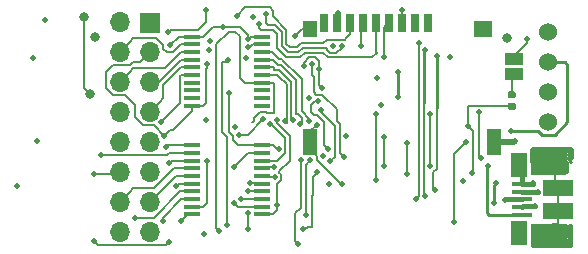
<source format=gbr>
G04 #@! TF.GenerationSoftware,KiCad,Pcbnew,5.1.5+dfsg1-2build2*
G04 #@! TF.CreationDate,2021-09-24T14:29:39+01:00*
G04 #@! TF.ProjectId,picopak,7069636f-7061-46b2-9e6b-696361645f70,rev?*
G04 #@! TF.SameCoordinates,Original*
G04 #@! TF.FileFunction,Copper,L1,Top*
G04 #@! TF.FilePolarity,Positive*
%FSLAX46Y46*%
G04 Gerber Fmt 4.6, Leading zero omitted, Abs format (unit mm)*
G04 Created by KiCad (PCBNEW 5.1.5+dfsg1-2build2) date 2021-09-24 14:29:39*
%MOMM*%
%LPD*%
G04 APERTURE LIST*
%ADD10C,0.100000*%
%ADD11R,1.500000X1.000000*%
%ADD12R,1.450000X0.450000*%
%ADD13C,1.524000*%
%ADD14R,1.200000X2.200000*%
%ADD15R,1.600000X1.400000*%
%ADD16R,1.200000X1.400000*%
%ADD17R,0.700000X1.600000*%
%ADD18R,1.700000X1.700000*%
%ADD19O,1.700000X1.700000*%
%ADD20O,1.450000X1.050000*%
%ADD21R,0.700000X1.825000*%
%ADD22R,1.460000X2.000000*%
%ADD23R,1.750000X0.400000*%
%ADD24O,1.800000X1.300000*%
%ADD25R,2.500000X1.425000*%
%ADD26C,0.500000*%
%ADD27C,0.800000*%
%ADD28C,0.400000*%
%ADD29C,0.200000*%
%ADD30C,0.500000*%
%ADD31C,0.250000*%
G04 APERTURE END LIST*
G04 #@! TA.AperFunction,SMDPad,CuDef*
D10*
G36*
X203886958Y-76520710D02*
G01*
X203901276Y-76522834D01*
X203915317Y-76526351D01*
X203928946Y-76531228D01*
X203942031Y-76537417D01*
X203954447Y-76544858D01*
X203966073Y-76553481D01*
X203976798Y-76563202D01*
X203986519Y-76573927D01*
X203995142Y-76585553D01*
X204002583Y-76597969D01*
X204008772Y-76611054D01*
X204013649Y-76624683D01*
X204017166Y-76638724D01*
X204019290Y-76653042D01*
X204020000Y-76667500D01*
X204020000Y-76962500D01*
X204019290Y-76976958D01*
X204017166Y-76991276D01*
X204013649Y-77005317D01*
X204008772Y-77018946D01*
X204002583Y-77032031D01*
X203995142Y-77044447D01*
X203986519Y-77056073D01*
X203976798Y-77066798D01*
X203966073Y-77076519D01*
X203954447Y-77085142D01*
X203942031Y-77092583D01*
X203928946Y-77098772D01*
X203915317Y-77103649D01*
X203901276Y-77107166D01*
X203886958Y-77109290D01*
X203872500Y-77110000D01*
X203527500Y-77110000D01*
X203513042Y-77109290D01*
X203498724Y-77107166D01*
X203484683Y-77103649D01*
X203471054Y-77098772D01*
X203457969Y-77092583D01*
X203445553Y-77085142D01*
X203433927Y-77076519D01*
X203423202Y-77066798D01*
X203413481Y-77056073D01*
X203404858Y-77044447D01*
X203397417Y-77032031D01*
X203391228Y-77018946D01*
X203386351Y-77005317D01*
X203382834Y-76991276D01*
X203380710Y-76976958D01*
X203380000Y-76962500D01*
X203380000Y-76667500D01*
X203380710Y-76653042D01*
X203382834Y-76638724D01*
X203386351Y-76624683D01*
X203391228Y-76611054D01*
X203397417Y-76597969D01*
X203404858Y-76585553D01*
X203413481Y-76573927D01*
X203423202Y-76563202D01*
X203433927Y-76553481D01*
X203445553Y-76544858D01*
X203457969Y-76537417D01*
X203471054Y-76531228D01*
X203484683Y-76526351D01*
X203498724Y-76522834D01*
X203513042Y-76520710D01*
X203527500Y-76520000D01*
X203872500Y-76520000D01*
X203886958Y-76520710D01*
G37*
G04 #@! TD.AperFunction*
G04 #@! TA.AperFunction,SMDPad,CuDef*
G36*
X203886958Y-77490710D02*
G01*
X203901276Y-77492834D01*
X203915317Y-77496351D01*
X203928946Y-77501228D01*
X203942031Y-77507417D01*
X203954447Y-77514858D01*
X203966073Y-77523481D01*
X203976798Y-77533202D01*
X203986519Y-77543927D01*
X203995142Y-77555553D01*
X204002583Y-77567969D01*
X204008772Y-77581054D01*
X204013649Y-77594683D01*
X204017166Y-77608724D01*
X204019290Y-77623042D01*
X204020000Y-77637500D01*
X204020000Y-77932500D01*
X204019290Y-77946958D01*
X204017166Y-77961276D01*
X204013649Y-77975317D01*
X204008772Y-77988946D01*
X204002583Y-78002031D01*
X203995142Y-78014447D01*
X203986519Y-78026073D01*
X203976798Y-78036798D01*
X203966073Y-78046519D01*
X203954447Y-78055142D01*
X203942031Y-78062583D01*
X203928946Y-78068772D01*
X203915317Y-78073649D01*
X203901276Y-78077166D01*
X203886958Y-78079290D01*
X203872500Y-78080000D01*
X203527500Y-78080000D01*
X203513042Y-78079290D01*
X203498724Y-78077166D01*
X203484683Y-78073649D01*
X203471054Y-78068772D01*
X203457969Y-78062583D01*
X203445553Y-78055142D01*
X203433927Y-78046519D01*
X203423202Y-78036798D01*
X203413481Y-78026073D01*
X203404858Y-78014447D01*
X203397417Y-78002031D01*
X203391228Y-77988946D01*
X203386351Y-77975317D01*
X203382834Y-77961276D01*
X203380710Y-77946958D01*
X203380000Y-77932500D01*
X203380000Y-77637500D01*
X203380710Y-77623042D01*
X203382834Y-77608724D01*
X203386351Y-77594683D01*
X203391228Y-77581054D01*
X203397417Y-77567969D01*
X203404858Y-77555553D01*
X203413481Y-77543927D01*
X203423202Y-77533202D01*
X203433927Y-77523481D01*
X203445553Y-77514858D01*
X203457969Y-77507417D01*
X203471054Y-77501228D01*
X203484683Y-77496351D01*
X203498724Y-77492834D01*
X203513042Y-77490710D01*
X203527500Y-77490000D01*
X203872500Y-77490000D01*
X203886958Y-77490710D01*
G37*
G04 #@! TD.AperFunction*
D11*
X203900000Y-75074999D03*
X203900000Y-73774999D03*
D12*
X182550000Y-71875000D03*
X182550000Y-72525000D03*
X182550000Y-73175000D03*
X182550000Y-73825000D03*
X182550000Y-74475000D03*
X182550000Y-75125000D03*
X182550000Y-75775000D03*
X182550000Y-76425000D03*
X182550000Y-77075000D03*
X182550000Y-77725000D03*
X176650000Y-77725000D03*
X176650000Y-77075000D03*
X176650000Y-76425000D03*
X176650000Y-75775000D03*
X176650000Y-75125000D03*
X176650000Y-74475000D03*
X176650000Y-73825000D03*
X176650000Y-73175000D03*
X176650000Y-72525000D03*
X176650000Y-71875000D03*
D13*
X206800000Y-79145000D03*
X206800000Y-76605000D03*
X206800000Y-74065000D03*
X206800000Y-71525000D03*
D14*
X202150000Y-80800000D03*
X186650000Y-80800000D03*
D15*
X201250000Y-71200000D03*
D16*
X186650000Y-71200000D03*
D17*
X187800000Y-70700000D03*
X190000000Y-70700000D03*
X188900000Y-70700000D03*
X191100000Y-70700000D03*
X192200000Y-70700000D03*
X193300000Y-70700000D03*
X196600000Y-70700000D03*
X195500000Y-70700000D03*
X194400000Y-70700000D03*
D18*
X173050000Y-70700000D03*
D19*
X170510000Y-70620000D03*
X173050000Y-73160000D03*
X170510000Y-73160000D03*
X173050000Y-75700000D03*
X170510000Y-75700000D03*
X173050000Y-78240000D03*
X170510000Y-78240000D03*
X173050000Y-80780000D03*
X170510000Y-80780000D03*
X173050000Y-83320000D03*
X170510000Y-83320000D03*
X173050000Y-85860000D03*
X170510000Y-85860000D03*
X173050000Y-88400000D03*
X170510000Y-88400000D03*
D12*
X182550000Y-81075000D03*
X182550000Y-81725000D03*
X182550000Y-82375000D03*
X182550000Y-83025000D03*
X182550000Y-83675000D03*
X182550000Y-84325000D03*
X182550000Y-84975000D03*
X182550000Y-85625000D03*
X182550000Y-86275000D03*
X182550000Y-86925000D03*
X176650000Y-86925000D03*
X176650000Y-86275000D03*
X176650000Y-85625000D03*
X176650000Y-84975000D03*
X176650000Y-84325000D03*
X176650000Y-83675000D03*
X176650000Y-83025000D03*
X176650000Y-82375000D03*
X176650000Y-81725000D03*
X176650000Y-81075000D03*
D20*
X204320000Y-83225000D03*
D21*
X205650000Y-82662500D03*
G04 #@! TA.AperFunction,SMDPad,CuDef*
D10*
G36*
X208202917Y-82276853D02*
G01*
X208240271Y-82282394D01*
X208276902Y-82291569D01*
X208312457Y-82304291D01*
X208346593Y-82320437D01*
X208378983Y-82339850D01*
X208409315Y-82362346D01*
X208437295Y-82387705D01*
X208462654Y-82415685D01*
X208485150Y-82446017D01*
X208504563Y-82478407D01*
X208520709Y-82512543D01*
X208533431Y-82548098D01*
X208542606Y-82584729D01*
X208548147Y-82622083D01*
X208550000Y-82659800D01*
X208550000Y-83190200D01*
X208548147Y-83227917D01*
X208542606Y-83265271D01*
X208533431Y-83301902D01*
X208520709Y-83337457D01*
X208504563Y-83371593D01*
X208485150Y-83403983D01*
X208462654Y-83434315D01*
X208437295Y-83462295D01*
X208409315Y-83487654D01*
X208378983Y-83510150D01*
X208346593Y-83529563D01*
X208312457Y-83545709D01*
X208276902Y-83558431D01*
X208240271Y-83567606D01*
X208202917Y-83573147D01*
X208165200Y-83575000D01*
X205684800Y-83575000D01*
X205647083Y-83573147D01*
X205609729Y-83567606D01*
X205573098Y-83558431D01*
X205537543Y-83545709D01*
X205503407Y-83529563D01*
X205471017Y-83510150D01*
X205440685Y-83487654D01*
X205412705Y-83462295D01*
X205387346Y-83434315D01*
X205364850Y-83403983D01*
X205345437Y-83371593D01*
X205329291Y-83337457D01*
X205316569Y-83301902D01*
X205307394Y-83265271D01*
X205301853Y-83227917D01*
X205300000Y-83190200D01*
X205300000Y-82659800D01*
X205301853Y-82622083D01*
X205307394Y-82584729D01*
X205316569Y-82548098D01*
X205329291Y-82512543D01*
X205345437Y-82478407D01*
X205364850Y-82446017D01*
X205387346Y-82415685D01*
X205412705Y-82387705D01*
X205440685Y-82362346D01*
X205471017Y-82339850D01*
X205503407Y-82320437D01*
X205537543Y-82304291D01*
X205573098Y-82291569D01*
X205609729Y-82282394D01*
X205647083Y-82276853D01*
X205684800Y-82275000D01*
X208165200Y-82275000D01*
X208202917Y-82276853D01*
G37*
G04 #@! TD.AperFunction*
G04 #@! TA.AperFunction,SMDPad,CuDef*
G36*
X208202917Y-87726853D02*
G01*
X208240271Y-87732394D01*
X208276902Y-87741569D01*
X208312457Y-87754291D01*
X208346593Y-87770437D01*
X208378983Y-87789850D01*
X208409315Y-87812346D01*
X208437295Y-87837705D01*
X208462654Y-87865685D01*
X208485150Y-87896017D01*
X208504563Y-87928407D01*
X208520709Y-87962543D01*
X208533431Y-87998098D01*
X208542606Y-88034729D01*
X208548147Y-88072083D01*
X208550000Y-88109800D01*
X208550000Y-88640200D01*
X208548147Y-88677917D01*
X208542606Y-88715271D01*
X208533431Y-88751902D01*
X208520709Y-88787457D01*
X208504563Y-88821593D01*
X208485150Y-88853983D01*
X208462654Y-88884315D01*
X208437295Y-88912295D01*
X208409315Y-88937654D01*
X208378983Y-88960150D01*
X208346593Y-88979563D01*
X208312457Y-88995709D01*
X208276902Y-89008431D01*
X208240271Y-89017606D01*
X208202917Y-89023147D01*
X208165200Y-89025000D01*
X205684800Y-89025000D01*
X205647083Y-89023147D01*
X205609729Y-89017606D01*
X205573098Y-89008431D01*
X205537543Y-88995709D01*
X205503407Y-88979563D01*
X205471017Y-88960150D01*
X205440685Y-88937654D01*
X205412705Y-88912295D01*
X205387346Y-88884315D01*
X205364850Y-88853983D01*
X205345437Y-88821593D01*
X205329291Y-88787457D01*
X205316569Y-88751902D01*
X205307394Y-88715271D01*
X205301853Y-88677917D01*
X205300000Y-88640200D01*
X205300000Y-88109800D01*
X205301853Y-88072083D01*
X205307394Y-88034729D01*
X205316569Y-87998098D01*
X205329291Y-87962543D01*
X205345437Y-87928407D01*
X205364850Y-87896017D01*
X205387346Y-87865685D01*
X205412705Y-87837705D01*
X205440685Y-87812346D01*
X205471017Y-87789850D01*
X205503407Y-87770437D01*
X205537543Y-87754291D01*
X205573098Y-87741569D01*
X205609729Y-87732394D01*
X205647083Y-87726853D01*
X205684800Y-87725000D01*
X208165200Y-87725000D01*
X208202917Y-87726853D01*
G37*
G04 #@! TD.AperFunction*
D21*
X205650000Y-88637500D03*
D22*
X204320000Y-88550000D03*
X204320000Y-82750000D03*
D23*
X204525000Y-86950000D03*
X204525000Y-86300000D03*
X204525000Y-85650000D03*
X204525000Y-85000000D03*
X204525000Y-84350000D03*
D20*
X204320000Y-88075000D03*
D24*
X207350000Y-88375000D03*
X207350000Y-82925000D03*
D25*
X207600000Y-86612500D03*
X207600000Y-84687500D03*
D26*
X205900000Y-85000000D03*
X204000000Y-80700000D03*
X199600000Y-84100000D03*
X189300000Y-84400000D03*
X192300000Y-75400000D03*
X192600000Y-77700000D03*
X190900000Y-72699989D03*
X201250000Y-71200000D03*
X181400000Y-72800003D03*
X177600000Y-88625001D03*
X175691075Y-87529336D03*
X180150000Y-82900000D03*
X205000000Y-72100000D03*
X187223784Y-79329032D03*
X185300000Y-71800000D03*
X181800000Y-70200000D03*
X174249693Y-80279259D03*
X186535835Y-77083472D03*
X205500000Y-84300000D03*
X177900000Y-74200000D03*
X202200000Y-86000000D03*
X202400000Y-84300000D03*
X161800000Y-84500000D03*
X187600000Y-76200000D03*
X187400000Y-74600000D03*
X186100000Y-74349990D03*
X188200000Y-84400000D03*
X189700000Y-80300000D03*
X187750000Y-82023625D03*
X192900000Y-73600000D03*
X181400000Y-72100000D03*
X198500000Y-73600000D03*
X183954047Y-81430282D03*
X192900000Y-82800000D03*
X192900000Y-80345010D03*
X179726556Y-76695626D03*
D27*
X203300000Y-72000000D03*
X168400000Y-71900000D03*
D26*
X174800000Y-72600000D03*
X179250011Y-71049989D03*
X199961091Y-79461091D03*
X200300000Y-83400000D03*
X194800000Y-83500000D03*
X194804990Y-80895010D03*
X177800000Y-78900000D03*
X180267104Y-79500000D03*
X197200000Y-84850000D03*
X205623263Y-86240711D03*
X197400000Y-73500000D03*
X196350000Y-85400000D03*
X203100000Y-85700000D03*
X196350000Y-73000000D03*
X194100000Y-74900000D03*
X194100000Y-77000000D03*
X178100001Y-73000000D03*
X163200000Y-73700000D03*
X178162919Y-72280554D03*
X164170693Y-70500610D03*
X188150000Y-81391928D03*
X187292753Y-77350677D03*
X188318185Y-82432487D03*
X187511597Y-78081384D03*
X192200000Y-84000000D03*
X192200000Y-78400000D03*
X196800000Y-78400000D03*
X196800000Y-82800000D03*
X198800000Y-87600000D03*
X199850010Y-80800000D03*
X179600000Y-87800000D03*
X181200001Y-73700000D03*
X179700000Y-73900000D03*
X203600000Y-79900000D03*
X186800000Y-74200000D03*
X189500000Y-82050000D03*
X200900000Y-78300000D03*
X201100000Y-82200000D03*
X182922988Y-69950000D03*
X174400000Y-81200000D03*
D27*
X168000000Y-76700000D03*
X167500000Y-70200000D03*
D26*
X177800000Y-69600000D03*
X174600000Y-71475000D03*
X189279175Y-72700014D03*
X186000000Y-88200000D03*
X181400000Y-88200000D03*
X181374998Y-86825000D03*
X187200000Y-83385998D03*
X186650000Y-82350002D03*
X186250000Y-87000001D03*
X195800000Y-72400000D03*
X195600000Y-85600000D03*
X196600000Y-70700000D03*
X189000000Y-69900000D03*
X182300000Y-70800000D03*
X186564080Y-79000000D03*
X185781332Y-79315290D03*
X185190616Y-78939714D03*
X184495725Y-79024135D03*
X178900000Y-88325000D03*
X185600000Y-89425000D03*
X185831067Y-82302913D03*
X174007124Y-79125157D03*
X183203215Y-79302710D03*
X183547115Y-82958407D03*
X183605663Y-83794773D03*
X181554999Y-84260001D03*
X181361872Y-84932835D03*
X180800000Y-85600000D03*
X182668011Y-78851535D03*
X180612490Y-80200000D03*
X180193780Y-85950000D03*
X183840711Y-86175000D03*
X183800985Y-78938466D03*
X177900000Y-82400000D03*
X174150000Y-87500000D03*
X171800000Y-87200000D03*
X175300000Y-84500000D03*
X174700000Y-89300000D03*
X168300000Y-89200000D03*
X168300000Y-83500000D03*
X174700000Y-82600000D03*
X168900000Y-81900000D03*
X180400000Y-70100000D03*
X194400000Y-69600000D03*
X195504265Y-70689337D03*
X201700000Y-82800000D03*
X188579174Y-72699988D03*
X163500000Y-80700000D03*
D28*
X204525000Y-85000000D02*
X205900000Y-85000000D01*
D29*
X207600000Y-87700000D02*
X206925000Y-88375000D01*
X207600000Y-86612500D02*
X207600000Y-87700000D01*
X207350000Y-84437500D02*
X207600000Y-84687500D01*
X207350000Y-82925000D02*
X207350000Y-84437500D01*
X207600000Y-84687500D02*
X207600000Y-86612500D01*
D30*
X203900000Y-80800000D02*
X204000000Y-80700000D01*
X202150000Y-80800000D02*
X203900000Y-80800000D01*
D29*
X190900000Y-70900000D02*
X191100000Y-70700000D01*
X190900000Y-72699989D02*
X190900000Y-70900000D01*
X181513999Y-72800003D02*
X181400000Y-72800003D01*
X181789002Y-72525000D02*
X181513999Y-72800003D01*
X182550000Y-72525000D02*
X181789002Y-72525000D01*
X176295411Y-86925000D02*
X175691075Y-87529336D01*
X176650000Y-86925000D02*
X176295411Y-86925000D01*
X181325000Y-81725000D02*
X182550000Y-81725000D01*
X180150000Y-82900000D02*
X181325000Y-81725000D01*
X186650000Y-79902816D02*
X187223784Y-79329032D01*
X186650000Y-80800000D02*
X186650000Y-79902816D01*
X185900000Y-71200000D02*
X185300000Y-71800000D01*
X186650000Y-71200000D02*
X185900000Y-71200000D01*
X176650000Y-78150000D02*
X175000000Y-79800000D01*
X176650000Y-77725000D02*
X176650000Y-78150000D01*
X172507998Y-79400000D02*
X171800000Y-78692002D01*
X173372002Y-79400000D02*
X172507998Y-79400000D01*
X174249693Y-80277691D02*
X173372002Y-79400000D01*
X174249693Y-80279259D02*
X174249693Y-80277691D01*
X172200001Y-74009999D02*
X173050000Y-73160000D01*
X171334300Y-74310001D02*
X171634302Y-74009999D01*
X169957999Y-74310001D02*
X171334300Y-74310001D01*
X169359999Y-74908001D02*
X169957999Y-74310001D01*
X169359999Y-76252001D02*
X169359999Y-74908001D01*
X169957999Y-76850001D02*
X169359999Y-76252001D01*
X171634302Y-74009999D02*
X172200001Y-74009999D01*
X170950001Y-76850001D02*
X169957999Y-76850001D01*
X171800000Y-77700000D02*
X170950001Y-76850001D01*
X171800000Y-78692002D02*
X171800000Y-77700000D01*
X189050001Y-84150001D02*
X189300000Y-84400000D01*
X187199999Y-82299999D02*
X189050001Y-84150001D01*
X187199999Y-81999999D02*
X187199999Y-82299999D01*
X186650000Y-81450000D02*
X187199999Y-81999999D01*
X186650000Y-80800000D02*
X186650000Y-81450000D01*
X174728952Y-79800000D02*
X174249693Y-80279259D01*
X175000000Y-79800000D02*
X174728952Y-79800000D01*
D31*
X206000000Y-89300000D02*
X206000000Y-89500000D01*
X207500000Y-89300000D02*
X206000000Y-89300000D01*
X208700000Y-89649990D02*
X205400000Y-89649990D01*
X205650000Y-88637500D02*
X205650000Y-88750000D01*
X208700000Y-89500000D02*
X208700000Y-89649990D01*
X208400000Y-89100000D02*
X208400000Y-89300000D01*
X208500000Y-89500000D02*
X208500000Y-88100000D01*
X206000000Y-89100000D02*
X208300000Y-89100000D01*
X208500000Y-88100000D02*
X208500000Y-87800000D01*
X206000000Y-89500000D02*
X208400000Y-89500000D01*
X205650000Y-88750000D02*
X206000000Y-89100000D01*
X208500000Y-87800000D02*
X208700000Y-87800000D01*
X208700000Y-87800000D02*
X208700000Y-89500000D01*
X208400000Y-89300000D02*
X207500000Y-89300000D01*
X208300000Y-89100000D02*
X208400000Y-89100000D01*
X208400000Y-89500000D02*
X208500000Y-89500000D01*
X206850000Y-82200000D02*
X206800000Y-82200000D01*
X206100000Y-82300000D02*
X206100000Y-82100000D01*
X206925000Y-82275000D02*
X206850000Y-82200000D01*
X206800000Y-82200000D02*
X206700000Y-82300000D01*
X206925000Y-82925000D02*
X206925000Y-82275000D01*
X206700000Y-82300000D02*
X206100000Y-82300000D01*
X206100000Y-82100000D02*
X208200000Y-82100000D01*
X208200000Y-82100000D02*
X208300000Y-82200000D01*
X208300000Y-82200000D02*
X208200000Y-82200000D01*
X208300000Y-82200000D02*
X208700000Y-82200000D01*
X208700000Y-82500000D02*
X208500000Y-82300000D01*
D30*
X208700000Y-81500000D02*
X205500000Y-81500000D01*
X205500000Y-82512500D02*
X205650000Y-82662500D01*
X205500000Y-81500000D02*
X205500000Y-82512500D01*
X208700000Y-82200000D02*
X208700000Y-81900000D01*
X208700000Y-81900000D02*
X208700000Y-81500000D01*
X208200000Y-81900000D02*
X206100000Y-81900000D01*
D28*
X204525000Y-83430000D02*
X204320000Y-83225000D01*
X204525000Y-84350000D02*
X204525000Y-83430000D01*
X205450000Y-84350000D02*
X205500000Y-84300000D01*
X204525000Y-84350000D02*
X205450000Y-84350000D01*
D29*
X177900000Y-74553553D02*
X177800000Y-74653553D01*
X177900000Y-74200000D02*
X177900000Y-74553553D01*
X177575000Y-77725000D02*
X176650000Y-77725000D01*
X177800000Y-77500000D02*
X177575000Y-77725000D01*
X177800000Y-74653553D02*
X177800000Y-77500000D01*
X205000000Y-72400000D02*
X205000000Y-72100000D01*
X203625001Y-73774999D02*
X205000000Y-72400000D01*
D31*
X202200000Y-84500000D02*
X202400000Y-84300000D01*
X202200000Y-86000000D02*
X202200000Y-84500000D01*
D29*
X187400000Y-76000000D02*
X187600000Y-76200000D01*
X187400000Y-74600000D02*
X187400000Y-76000000D01*
X187350001Y-74550001D02*
X187400000Y-74600000D01*
X187350001Y-73935999D02*
X187350001Y-74550001D01*
X187064001Y-73649999D02*
X187350001Y-73935999D01*
X186535999Y-73649999D02*
X187064001Y-73649999D01*
X186100000Y-74085998D02*
X186535999Y-73649999D01*
X186100000Y-74349990D02*
X186100000Y-74085998D01*
X192900000Y-71100000D02*
X193300000Y-70700000D01*
X192900000Y-73600000D02*
X192900000Y-71100000D01*
X181625000Y-71875000D02*
X181400000Y-72100000D01*
X182550000Y-71875000D02*
X181625000Y-71875000D01*
X183474304Y-81075000D02*
X182550000Y-81075000D01*
X183829586Y-81430282D02*
X183474304Y-81075000D01*
X183954047Y-81430282D02*
X183829586Y-81430282D01*
X178400011Y-71049989D02*
X177575000Y-71875000D01*
X180703542Y-71049989D02*
X179250011Y-71049989D01*
X181400000Y-71746447D02*
X180703542Y-71049989D01*
X177575000Y-71875000D02*
X176650000Y-71875000D01*
X181400000Y-72100000D02*
X181400000Y-71746447D01*
X180475000Y-81075000D02*
X182550000Y-81075000D01*
X180062489Y-80295279D02*
X180062489Y-80662489D01*
X180062489Y-80662489D02*
X180475000Y-81075000D01*
X179717104Y-79949894D02*
X180062489Y-80295279D01*
X179717104Y-76695627D02*
X179717104Y-79949894D01*
X192900000Y-82800000D02*
X192900000Y-82446447D01*
X192900000Y-82446447D02*
X192900000Y-80345010D01*
X175525000Y-71875000D02*
X174800000Y-72600000D01*
X176650000Y-71875000D02*
X175525000Y-71875000D01*
X179250011Y-71049989D02*
X178400011Y-71049989D01*
X200400011Y-83299989D02*
X200300000Y-83400000D01*
X200400011Y-79900011D02*
X200400011Y-83299989D01*
X199961091Y-79461091D02*
X200400011Y-79900011D01*
X194800000Y-80900000D02*
X194804990Y-80895010D01*
X194800000Y-83500000D02*
X194800000Y-80900000D01*
X199900000Y-79400000D02*
X199961091Y-79461091D01*
X199961091Y-79461091D02*
X199961091Y-77738909D01*
X203380000Y-77785000D02*
X203700000Y-77785000D01*
X203333909Y-77738909D02*
X203380000Y-77785000D01*
X199961091Y-77738909D02*
X203333909Y-77738909D01*
X197350001Y-77925814D02*
X197350001Y-78664001D01*
X197350001Y-83064001D02*
X197064001Y-83350001D01*
X197350001Y-78664001D02*
X197350001Y-83064001D01*
X197064001Y-84714001D02*
X197200000Y-84850000D01*
X197064001Y-83350001D02*
X197064001Y-84714001D01*
X204584289Y-86240711D02*
X204525000Y-86300000D01*
X205623263Y-86240711D02*
X204584289Y-86240711D01*
D28*
X204631421Y-86250001D02*
X205623263Y-86250001D01*
X204581422Y-86300000D02*
X204631421Y-86250001D01*
X204525000Y-86300000D02*
X204581422Y-86300000D01*
D31*
X197350001Y-73549999D02*
X197400000Y-73500000D01*
X197350001Y-77925814D02*
X197350001Y-73549999D01*
D29*
X196249999Y-85299999D02*
X196350000Y-85400000D01*
X196249999Y-77503554D02*
X196249999Y-85299999D01*
D28*
X204525000Y-85650000D02*
X203250000Y-85650000D01*
D31*
X196249999Y-73100001D02*
X196350000Y-73000000D01*
X196249999Y-77503554D02*
X196249999Y-73100001D01*
X194100000Y-74900000D02*
X194100000Y-77000000D01*
D29*
X186686476Y-78262210D02*
X186972476Y-78548210D01*
X186686476Y-77710649D02*
X186686476Y-78262210D01*
X187046447Y-77350678D02*
X186686476Y-77710649D01*
X186972476Y-78548210D02*
X187220780Y-78548210D01*
X187220780Y-78548210D02*
X187800000Y-79127430D01*
X187800000Y-79127430D02*
X187800000Y-79400000D01*
X187800000Y-81041928D02*
X188150000Y-81391928D01*
X187800000Y-79400000D02*
X187800000Y-81041928D01*
X188700001Y-82050671D02*
X188318185Y-82432487D01*
X188700001Y-79461733D02*
X188700001Y-82050671D01*
X187511597Y-78273329D02*
X187511597Y-78081384D01*
X188700001Y-79461733D02*
X187511597Y-78273329D01*
X192200000Y-79000000D02*
X192200000Y-84000000D01*
X192200000Y-78400000D02*
X192200000Y-79000000D01*
X196800000Y-78400000D02*
X196800000Y-82800000D01*
X198800000Y-87600000D02*
X198800000Y-87246447D01*
X198800000Y-81850010D02*
X199850010Y-80800000D01*
X198800000Y-87246447D02*
X198800000Y-81850010D01*
X179167104Y-79965592D02*
X179600000Y-80398488D01*
X179600000Y-80398488D02*
X179600000Y-87800000D01*
X179167104Y-74007898D02*
X179167104Y-79965592D01*
X179592102Y-74007898D02*
X179167104Y-74007898D01*
X179700000Y-73900000D02*
X179592102Y-74007898D01*
D31*
X208165000Y-74065000D02*
X206800000Y-74065000D01*
X208400000Y-74300000D02*
X208165000Y-74065000D01*
X208400000Y-79153762D02*
X208400000Y-74300000D01*
X207321761Y-80232001D02*
X208400000Y-79153762D01*
X205946238Y-79900000D02*
X206278239Y-80232001D01*
X206278239Y-80232001D02*
X207321761Y-80232001D01*
X203600000Y-79900000D02*
X205946238Y-79900000D01*
D29*
X187664001Y-76800677D02*
X188900001Y-78036677D01*
X187135999Y-76800677D02*
X187664001Y-76800677D01*
X186936685Y-76601363D02*
X187135999Y-76800677D01*
X186936685Y-75298683D02*
X186936685Y-76601363D01*
X186800000Y-75161998D02*
X186936685Y-75298683D01*
X186800000Y-74200000D02*
X186800000Y-75161998D01*
X188900001Y-78036677D02*
X188900001Y-78999999D01*
X189149999Y-81699999D02*
X189500000Y-82050000D01*
X189149999Y-79249997D02*
X189149999Y-81699999D01*
X188900001Y-78999999D02*
X189149999Y-79249997D01*
X200900000Y-82000000D02*
X201100000Y-82200000D01*
X200900000Y-78300000D02*
X200900000Y-82000000D01*
X174400000Y-81200000D02*
X174525000Y-81075000D01*
X174525000Y-81075000D02*
X176650000Y-81075000D01*
X182922988Y-70760864D02*
X182922988Y-69950000D01*
X183630700Y-70900000D02*
X183062124Y-70900000D01*
X184200010Y-72671518D02*
X184200009Y-71469309D01*
X184728492Y-73200000D02*
X184200010Y-72671518D01*
X185634301Y-73200000D02*
X184728492Y-73200000D01*
X185984322Y-72849979D02*
X185634301Y-73200000D01*
X188050021Y-72849979D02*
X185984322Y-72849979D01*
X183062124Y-70900000D02*
X182922988Y-70760864D01*
X184200009Y-71469309D02*
X183630700Y-70900000D01*
X167500000Y-76200000D02*
X167500000Y-70200000D01*
X168000000Y-76700000D02*
X167500000Y-76200000D01*
X177134623Y-71325010D02*
X175574990Y-71325010D01*
X177800000Y-70659633D02*
X177134623Y-71325010D01*
X177800000Y-69600000D02*
X177800000Y-70659633D01*
X174749990Y-71325010D02*
X174600000Y-71475000D01*
X175574990Y-71325010D02*
X174749990Y-71325010D01*
X188050021Y-72984837D02*
X188050021Y-72849979D01*
X188315173Y-73249989D02*
X188050021Y-72984837D01*
X188843175Y-73249989D02*
X188315173Y-73249989D01*
X189279175Y-72813989D02*
X188843175Y-73249989D01*
X189279175Y-72700014D02*
X189279175Y-72813989D01*
X186849999Y-83735999D02*
X186849999Y-85249999D01*
X187000000Y-83585998D02*
X186849999Y-83735999D01*
X187000000Y-83553553D02*
X187000000Y-83585998D01*
X186800000Y-85299998D02*
X186800000Y-88000000D01*
X186849999Y-85249999D02*
X186800000Y-85299998D01*
X186800000Y-88000000D02*
X186400000Y-88000000D01*
X186200000Y-88200000D02*
X186000000Y-88200000D01*
X186400000Y-88000000D02*
X186200000Y-88200000D01*
X181400000Y-86850002D02*
X181374998Y-86825000D01*
X181400000Y-88200000D02*
X181400000Y-86850002D01*
X187000000Y-83585998D02*
X187200000Y-83385998D01*
X186250000Y-82750002D02*
X186250000Y-87000001D01*
X186650000Y-82350002D02*
X186250000Y-82750002D01*
X195800000Y-85400000D02*
X195600000Y-85600000D01*
X195800000Y-72400000D02*
X195800000Y-85400000D01*
X183515001Y-71349999D02*
X183800000Y-71634998D01*
X182496446Y-71349999D02*
X183515001Y-71349999D01*
X182300000Y-71153553D02*
X182496446Y-71349999D01*
X182300000Y-70800000D02*
X182300000Y-71153553D01*
X183800000Y-71634998D02*
X183800000Y-72837206D01*
X184562794Y-73600000D02*
X185800000Y-73600000D01*
X183800000Y-72837206D02*
X184562794Y-73600000D01*
X185800000Y-73600000D02*
X186150011Y-73249989D01*
X192200000Y-73199978D02*
X192200000Y-70700000D01*
X192250011Y-73249989D02*
X192200000Y-73199978D01*
X191850001Y-73649999D02*
X192250011Y-73249989D01*
X188149484Y-73649999D02*
X191850001Y-73649999D01*
X187749474Y-73249989D02*
X188149484Y-73649999D01*
X186150011Y-73249989D02*
X187749474Y-73249989D01*
X183975011Y-73759312D02*
X183975011Y-73809313D01*
X183390699Y-73175000D02*
X183975011Y-73759312D01*
X182550000Y-73175000D02*
X183390699Y-73175000D01*
X183975011Y-73809313D02*
X184206409Y-73809313D01*
X184206409Y-73809313D02*
X184322068Y-73924972D01*
X184322068Y-73924972D02*
X185648548Y-75251452D01*
X185648548Y-75251452D02*
X185900000Y-75502904D01*
X185900000Y-75502904D02*
X185900000Y-78200000D01*
X186564080Y-78864080D02*
X186564080Y-79178640D01*
X185900000Y-78200000D02*
X186564080Y-78864080D01*
X183575001Y-73975001D02*
X183575001Y-73925001D01*
X183924980Y-74324980D02*
X183575001Y-73975001D01*
X184156378Y-74324980D02*
X183924980Y-74324980D01*
X183475000Y-73825000D02*
X182550000Y-73825000D01*
X185426121Y-75594723D02*
X184156378Y-74324980D01*
X183575001Y-73925001D02*
X183475000Y-73825000D01*
X185426121Y-78426121D02*
X185426121Y-75594723D01*
X185460458Y-78460458D02*
X185426121Y-78426121D01*
X185900000Y-78800311D02*
X185560147Y-78460458D01*
X185900000Y-79196622D02*
X185900000Y-78800311D01*
X185560147Y-78460458D02*
X185460458Y-78460458D01*
X185781332Y-79315290D02*
X185900000Y-79196622D01*
X183475000Y-74475000D02*
X183575001Y-74575001D01*
X182550000Y-74475000D02*
X183475000Y-74475000D01*
X183990689Y-74724990D02*
X185026111Y-75760412D01*
X183624990Y-74724990D02*
X183990689Y-74724990D01*
X183575001Y-74675001D02*
X183624990Y-74724990D01*
X183575001Y-74575001D02*
X183575001Y-74675001D01*
X185026111Y-75760412D02*
X185026111Y-77526111D01*
X185026111Y-77526111D02*
X185026111Y-78800000D01*
X185085687Y-78800000D02*
X185296146Y-79010459D01*
X185026111Y-78800000D02*
X185085687Y-78800000D01*
X182550000Y-75125000D02*
X183825000Y-75125000D01*
X183825000Y-75125000D02*
X184000000Y-75300000D01*
X184626101Y-75926101D02*
X184626101Y-79213050D01*
X184000000Y-75300000D02*
X184626101Y-75926101D01*
X183575001Y-78324999D02*
X183550001Y-78349999D01*
X183575001Y-75875001D02*
X183575001Y-78324999D01*
X183475000Y-75775000D02*
X183575001Y-75875001D01*
X182550000Y-75775000D02*
X183475000Y-75775000D01*
X181900000Y-78805544D02*
X181900000Y-79000000D01*
X182404010Y-78301534D02*
X181900000Y-78805544D01*
X182932012Y-78301534D02*
X182404010Y-78301534D01*
X182980477Y-78349999D02*
X182932012Y-78301534D01*
X183550001Y-78349999D02*
X182980477Y-78349999D01*
X181800000Y-79100000D02*
X181700000Y-79100000D01*
X181900000Y-79000000D02*
X181800000Y-79100000D01*
X178674999Y-88099999D02*
X178900000Y-88325000D01*
X180264001Y-71449999D02*
X179735999Y-71449999D01*
X180650001Y-71835999D02*
X180650001Y-75350001D01*
X180264001Y-71449999D02*
X180650001Y-71835999D01*
X181075000Y-75775000D02*
X182550000Y-75775000D01*
X180650001Y-75350001D02*
X181075000Y-75775000D01*
X178650001Y-88075001D02*
X178900000Y-88325000D01*
X178650001Y-72535997D02*
X178650001Y-88075001D01*
X179735999Y-71449999D02*
X178650001Y-72535997D01*
X185831067Y-86357935D02*
X185831067Y-82302913D01*
X185350001Y-86839001D02*
X185831067Y-86357935D01*
X185350001Y-89175001D02*
X185350001Y-86839001D01*
X185600000Y-89425000D02*
X185350001Y-89175001D01*
X175624999Y-77507282D02*
X174007124Y-79125157D01*
X175624999Y-75225001D02*
X175624999Y-77507282D01*
X175725000Y-75125000D02*
X175624999Y-75225001D01*
X176650000Y-75125000D02*
X175725000Y-75125000D01*
X173899999Y-77390001D02*
X173050000Y-78240000D01*
X174200001Y-75999999D02*
X174200001Y-77089999D01*
X174200001Y-77089999D02*
X173899999Y-77390001D01*
X175725000Y-74475000D02*
X174200001Y-75999999D01*
X176650000Y-74475000D02*
X175725000Y-74475000D01*
X173850000Y-75700000D02*
X173050000Y-75700000D01*
X175725000Y-73825000D02*
X173850000Y-75700000D01*
X176650000Y-73825000D02*
X175725000Y-73825000D01*
X171359999Y-74850001D02*
X170510000Y-75700000D01*
X171660001Y-74549999D02*
X171359999Y-74850001D01*
X174350001Y-74549999D02*
X171660001Y-74549999D01*
X175725000Y-73175000D02*
X174350001Y-74549999D01*
X176650000Y-73175000D02*
X175725000Y-73175000D01*
X171660001Y-72009999D02*
X171359999Y-72310001D01*
X173602001Y-72009999D02*
X171660001Y-72009999D01*
X174200001Y-72607999D02*
X173602001Y-72009999D01*
X174200001Y-72900001D02*
X174200001Y-72607999D01*
X174500000Y-73200000D02*
X174200001Y-72900001D01*
X175050000Y-73200000D02*
X174500000Y-73200000D01*
X171359999Y-72310001D02*
X170510000Y-73160000D01*
X175725000Y-72525000D02*
X175050000Y-73200000D01*
X176650000Y-72525000D02*
X175725000Y-72525000D01*
X183475000Y-82375000D02*
X182550000Y-82375000D01*
X183823331Y-82375000D02*
X183475000Y-82375000D01*
X184504048Y-81694283D02*
X183823331Y-82375000D01*
X184504048Y-80504048D02*
X184504048Y-81694283D01*
X183300000Y-79300000D02*
X184504048Y-80504048D01*
X182616593Y-82958407D02*
X182550000Y-83025000D01*
X183547115Y-82958407D02*
X182616593Y-82958407D01*
X182669773Y-83794773D02*
X182550000Y-83675000D01*
X183605663Y-83794773D02*
X182669773Y-83794773D01*
X182485001Y-84260001D02*
X182550000Y-84325000D01*
X181554999Y-84260001D02*
X182485001Y-84260001D01*
X182507835Y-84932835D02*
X182550000Y-84975000D01*
X181361872Y-84932835D02*
X182507835Y-84932835D01*
X182525000Y-85600000D02*
X182550000Y-85625000D01*
X180800000Y-85600000D02*
X182525000Y-85600000D01*
X181319546Y-80200000D02*
X180612490Y-80200000D01*
X182668011Y-78851535D02*
X181319546Y-80200000D01*
X180193780Y-85950000D02*
X180518780Y-86275000D01*
X181875000Y-86275000D02*
X182550000Y-86275000D01*
X180518780Y-86275000D02*
X181875000Y-86275000D01*
X183475000Y-86925000D02*
X182550000Y-86925000D01*
X183840711Y-86559289D02*
X183475000Y-86925000D01*
X183840711Y-86175000D02*
X183840711Y-86559289D01*
X183800000Y-84400000D02*
X183840711Y-86175000D01*
X183840711Y-84459289D02*
X183800000Y-84400000D01*
X183800985Y-79235287D02*
X183800985Y-78938466D01*
X184019524Y-83300000D02*
X184904058Y-82415466D01*
X184019524Y-83394632D02*
X184019524Y-83300000D01*
X184904058Y-80338359D02*
X183800985Y-79235287D01*
X184155664Y-83530772D02*
X184019524Y-83394632D01*
X184904058Y-82415466D02*
X184904058Y-80338359D01*
X184155664Y-84044336D02*
X184155664Y-83530772D01*
X183800000Y-84400000D02*
X184155664Y-84044336D01*
X177900000Y-85950000D02*
X177900000Y-82400000D01*
X177575000Y-86275000D02*
X177900000Y-85950000D01*
X176650000Y-86275000D02*
X177575000Y-86275000D01*
X174150000Y-87200000D02*
X174150000Y-87500000D01*
X175725000Y-85625000D02*
X174150000Y-87200000D01*
X176650000Y-85625000D02*
X175725000Y-85625000D01*
X173414002Y-87200000D02*
X171800000Y-87200000D01*
X175639002Y-84975000D02*
X173414002Y-87200000D01*
X176650000Y-84975000D02*
X175639002Y-84975000D01*
X175475000Y-84325000D02*
X175300000Y-84500000D01*
X176650000Y-84325000D02*
X175475000Y-84325000D01*
X168650001Y-89550001D02*
X168300000Y-89200000D01*
X174449999Y-89550001D02*
X168650001Y-89550001D01*
X174700000Y-89300000D02*
X174449999Y-89550001D01*
X170330000Y-83500000D02*
X170510000Y-83320000D01*
X168300000Y-83500000D02*
X170330000Y-83500000D01*
X175235000Y-83675000D02*
X173050000Y-85860000D01*
X176650000Y-83675000D02*
X175235000Y-83675000D01*
X171359999Y-85010001D02*
X170510000Y-85860000D01*
X171660001Y-84709999D02*
X171359999Y-85010001D01*
X173404003Y-84709999D02*
X171660001Y-84709999D01*
X175089002Y-83025000D02*
X173404003Y-84709999D01*
X176650000Y-83025000D02*
X175089002Y-83025000D01*
X174925000Y-82375000D02*
X174700000Y-82600000D01*
X176650000Y-82375000D02*
X174925000Y-82375000D01*
X168930001Y-81930001D02*
X168900000Y-81900000D01*
X174484001Y-81930001D02*
X168930001Y-81930001D01*
X174689002Y-81725000D02*
X174484001Y-81930001D01*
X176650000Y-81725000D02*
X174689002Y-81725000D01*
X181100001Y-69399999D02*
X180400000Y-70100000D01*
X183186989Y-69399999D02*
X181100001Y-69399999D01*
X190000000Y-70700000D02*
X190000000Y-71700000D01*
X190000000Y-71700000D02*
X189700000Y-72000000D01*
X189700000Y-72000000D02*
X189699976Y-72000000D01*
X184600018Y-72500018D02*
X184600018Y-71303621D01*
X183472989Y-69685999D02*
X183186989Y-69399999D01*
X189699976Y-72000000D02*
X189549988Y-72149988D01*
X189549988Y-72149988D02*
X188035999Y-72149988D01*
X188035999Y-72149988D02*
X187736018Y-72449969D01*
X185818633Y-72449969D02*
X185468613Y-72799990D01*
X187736018Y-72449969D02*
X185818633Y-72449969D01*
X185468613Y-72799990D02*
X184899990Y-72799990D01*
X184899990Y-72799990D02*
X184600018Y-72500018D01*
X183472989Y-70176592D02*
X184600018Y-71303621D01*
X183472989Y-69685999D02*
X183472989Y-70176592D01*
X194400000Y-69600000D02*
X194400000Y-70700000D01*
X203700000Y-75274999D02*
X203900000Y-75074999D01*
X203700000Y-76815000D02*
X203700000Y-75274999D01*
D31*
X204525000Y-86950000D02*
X201750000Y-86950000D01*
X201624999Y-82875001D02*
X201700000Y-82800000D01*
X201624999Y-86824999D02*
X201624999Y-82875001D01*
X201750000Y-86950000D02*
X201624999Y-86824999D01*
M02*

</source>
